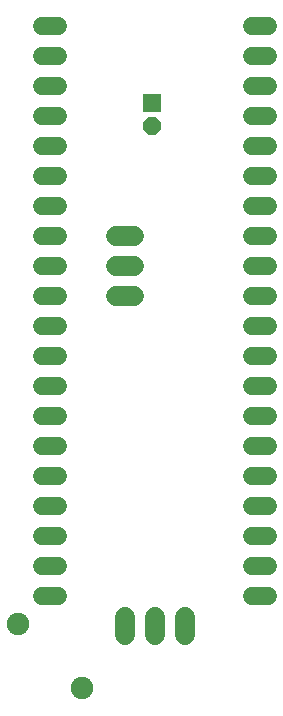
<source format=gbr>
G04 EAGLE Gerber RS-274X export*
G75*
%MOMM*%
%FSLAX34Y34*%
%LPD*%
%INSoldermask Bottom*%
%IPPOS*%
%AMOC8*
5,1,8,0,0,1.08239X$1,22.5*%
G01*
%ADD10C,1.727200*%
%ADD11C,1.524000*%
%ADD12R,1.524000X1.524000*%
%ADD13P,1.649562X8X22.500000*%
%ADD14C,1.903200*%


D10*
X228600Y246380D02*
X228600Y261620D01*
X254000Y261620D02*
X254000Y246380D01*
X279400Y246380D02*
X279400Y261620D01*
X236220Y584200D02*
X220980Y584200D01*
X220980Y558800D02*
X236220Y558800D01*
X236220Y533400D02*
X220980Y533400D01*
D11*
X336296Y762000D02*
X349504Y762000D01*
X349504Y736600D02*
X336296Y736600D01*
X336296Y711200D02*
X349504Y711200D01*
X349504Y685800D02*
X336296Y685800D01*
X336296Y660400D02*
X349504Y660400D01*
X349504Y635000D02*
X336296Y635000D01*
X336296Y609600D02*
X349504Y609600D01*
X349504Y584200D02*
X336296Y584200D01*
X336296Y558800D02*
X349504Y558800D01*
X349504Y533400D02*
X336296Y533400D01*
X336296Y508000D02*
X349504Y508000D01*
X349504Y482600D02*
X336296Y482600D01*
X336296Y457200D02*
X349504Y457200D01*
X349504Y431800D02*
X336296Y431800D01*
X336296Y406400D02*
X349504Y406400D01*
X349504Y381000D02*
X336296Y381000D01*
X336296Y355600D02*
X349504Y355600D01*
X349504Y330200D02*
X336296Y330200D01*
X336296Y304800D02*
X349504Y304800D01*
X349504Y279400D02*
X336296Y279400D01*
X171704Y279400D02*
X158496Y279400D01*
X158496Y304800D02*
X171704Y304800D01*
X171704Y330200D02*
X158496Y330200D01*
X158496Y355600D02*
X171704Y355600D01*
X171704Y381000D02*
X158496Y381000D01*
X158496Y406400D02*
X171704Y406400D01*
X171704Y431800D02*
X158496Y431800D01*
X158496Y457200D02*
X171704Y457200D01*
X171704Y482600D02*
X158496Y482600D01*
X158496Y508000D02*
X171704Y508000D01*
X171704Y533400D02*
X158496Y533400D01*
X158496Y558800D02*
X171704Y558800D01*
X171704Y584200D02*
X158496Y584200D01*
X158496Y609600D02*
X171704Y609600D01*
X171704Y635000D02*
X158496Y635000D01*
X158496Y660400D02*
X171704Y660400D01*
X171704Y685800D02*
X158496Y685800D01*
X158496Y711200D02*
X171704Y711200D01*
X171704Y736600D02*
X158496Y736600D01*
X158496Y762000D02*
X171704Y762000D01*
D12*
X251460Y697070D03*
D13*
X251460Y677070D03*
D14*
X138159Y255541D03*
X192041Y201659D03*
M02*

</source>
